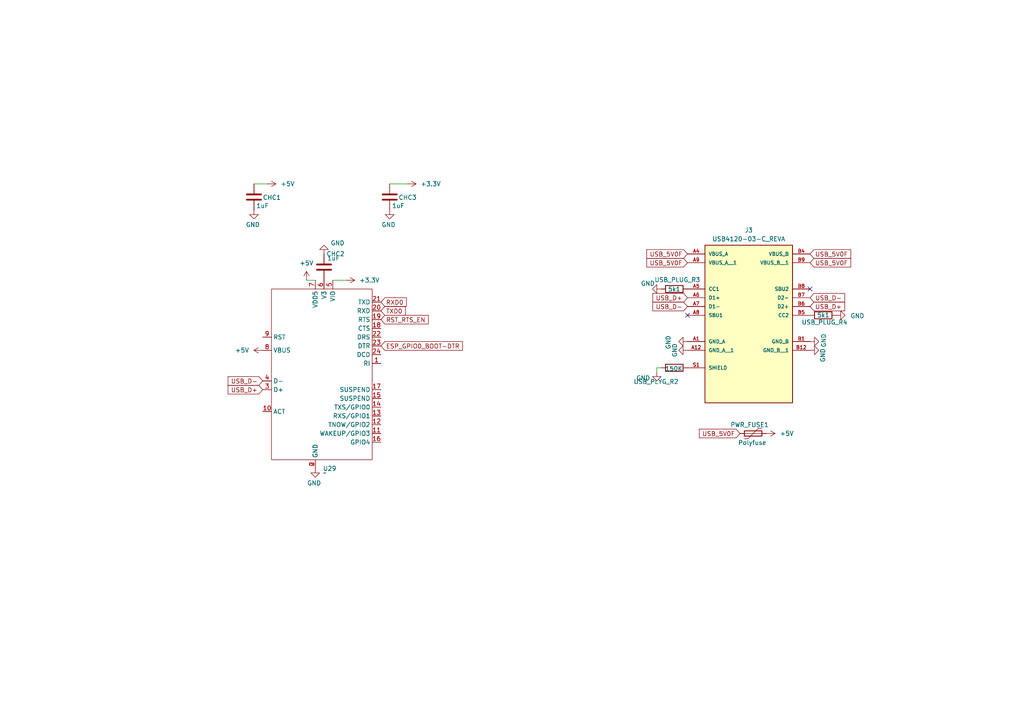
<source format=kicad_sch>
(kicad_sch
	(version 20240101)
	(generator "eeschema")
	(generator_version "8.99")
	(uuid "7bb5818d-9460-4cbf-99e4-ba5df46df492")
	(paper "A4")
	(title_block
		(title "OPEN ECU: serial UART")
		(date "2024-01-30")
		(rev "03-2024")
		(company "WWW.AEONLABS.SCIENCE")
		(comment 1 "Creative Commons non commercial share alike")
		(comment 2 "https://github.com/aeonSolutions/AeonLabs-AI-Volvo-MKII-Open-Hardware")
	)
	(lib_symbols
		(symbol "AeonLabs_connectors:USB4120-03-C_REVA"
			(pin_names
				(offset 1.016)
			)
			(exclude_from_sim no)
			(in_bom yes)
			(on_board yes)
			(property "Reference" "J"
				(at -12.7 16.002 0)
				(effects
					(font
						(size 1.27 1.27)
					)
					(justify left bottom)
				)
			)
			(property "Value" "USB4120-03-C_REVA"
				(at -12.7 -31.242 0)
				(effects
					(font
						(size 1.27 1.27)
					)
					(justify left top)
				)
			)
			(property "Footprint" "AeonLabs_Connectors:USB-C Vertical GCT_USB4120-03-C_REVA"
				(at 9.8552 25.4254 0)
				(effects
					(font
						(size 1.27 1.27)
					)
					(justify bottom)
					(hide yes)
				)
			)
			(property "Datasheet" ""
				(at 0 0 0)
				(effects
					(font
						(size 1.27 1.27)
					)
					(hide yes)
				)
			)
			(property "Description" "\nUSB 2.0 Connector Type C Vertical Receptacle, 6.50mm profile, 16 Pins, Surface mount, Top mount, low profile, low cost\n"
				(at 0.9652 24.4094 0)
				(effects
					(font
						(size 1.27 1.27)
					)
					(justify bottom)
					(hide yes)
				)
			)
			(property "MF" "Global Connector Technology"
				(at 8.4328 22.098 0)
				(effects
					(font
						(size 1.27 1.27)
					)
					(justify bottom)
					(hide yes)
				)
			)
			(property "MAXIMUM_PACKAGE_HEIGHT" "6.5mm"
				(at 10.0838 24.638 0)
				(effects
					(font
						(size 1.27 1.27)
					)
					(justify bottom)
					(hide yes)
				)
			)
			(property "Package" "None"
				(at 7.0866 24.5872 0)
				(effects
					(font
						(size 1.27 1.27)
					)
					(justify bottom)
					(hide yes)
				)
			)
			(property "Price" "None"
				(at 10.0838 24.3586 0)
				(effects
					(font
						(size 1.27 1.27)
					)
					(justify bottom)
					(hide yes)
				)
			)
			(property "Check_prices" "https://www.snapeda.com/parts/USB4120-03-C/Global+Connector+Technology/view-part/?ref=eda"
				(at 1.2446 21.2598 0)
				(effects
					(font
						(size 1.27 1.27)
					)
					(justify bottom)
					(hide yes)
				)
			)
			(property "STANDARD" "Manufacturer Recommendations"
				(at 40.3098 20.9296 0)
				(effects
					(font
						(size 1.27 1.27)
					)
					(justify bottom)
					(hide yes)
				)
			)
			(property "PARTREV" "A"
				(at 0 0 0)
				(effects
					(font
						(size 1.27 1.27)
					)
					(justify bottom)
					(hide yes)
				)
			)
			(property "SnapEDA_Link" "https://www.snapeda.com/parts/USB4120-03-C/Global+Connector+Technology/view-part/?ref=snap"
				(at 1.2446 24.5872 0)
				(effects
					(font
						(size 1.27 1.27)
					)
					(justify bottom)
					(hide yes)
				)
			)
			(property "MP" "USB4120-03-C"
				(at 18.923 24.6888 0)
				(effects
					(font
						(size 1.27 1.27)
					)
					(justify bottom)
					(hide yes)
				)
			)
			(property "Availability" "In Stock"
				(at 7.2644 24.9174 0)
				(effects
					(font
						(size 1.27 1.27)
					)
					(justify bottom)
					(hide yes)
				)
			)
			(property "MANUFACTURER" "GCT"
				(at 7.6454 24.003 0)
				(effects
					(font
						(size 1.27 1.27)
					)
					(justify bottom)
					(hide yes)
				)
			)
			(symbol "USB4120-03-C_REVA_0_0"
				(rectangle
					(start -12.7 -30.48)
					(end 12.7 15.24)
					(stroke
						(width 0.254)
						(type default)
					)
					(fill
						(type background)
					)
				)
				(pin power_in line
					(at -17.78 -12.7 0)
					(length 5.08)
					(name "GND_A"
						(effects
							(font
								(size 1.016 1.016)
							)
						)
					)
					(number "A1"
						(effects
							(font
								(size 1.016 1.016)
							)
						)
					)
				)
				(pin power_in line
					(at -17.78 -15.24 0)
					(length 5.08)
					(name "GND_A__1"
						(effects
							(font
								(size 1.016 1.016)
							)
						)
					)
					(number "A12"
						(effects
							(font
								(size 1.016 1.016)
							)
						)
					)
				)
				(pin power_in line
					(at -17.78 12.7 0)
					(length 5.08)
					(name "VBUS_A"
						(effects
							(font
								(size 1.016 1.016)
							)
						)
					)
					(number "A4"
						(effects
							(font
								(size 1.016 1.016)
							)
						)
					)
				)
				(pin bidirectional line
					(at -17.78 2.54 0)
					(length 5.08)
					(name "CC1"
						(effects
							(font
								(size 1.016 1.016)
							)
						)
					)
					(number "A5"
						(effects
							(font
								(size 1.016 1.016)
							)
						)
					)
				)
				(pin bidirectional line
					(at -17.78 0 0)
					(length 5.08)
					(name "D1+"
						(effects
							(font
								(size 1.016 1.016)
							)
						)
					)
					(number "A6"
						(effects
							(font
								(size 1.016 1.016)
							)
						)
					)
				)
				(pin bidirectional line
					(at -17.78 -2.54 0)
					(length 5.08)
					(name "D1-"
						(effects
							(font
								(size 1.016 1.016)
							)
						)
					)
					(number "A7"
						(effects
							(font
								(size 1.016 1.016)
							)
						)
					)
				)
				(pin bidirectional line
					(at -17.78 -5.08 0)
					(length 5.08)
					(name "SBU1"
						(effects
							(font
								(size 1.016 1.016)
							)
						)
					)
					(number "A8"
						(effects
							(font
								(size 1.016 1.016)
							)
						)
					)
				)
				(pin power_in line
					(at -17.78 10.16 0)
					(length 5.08)
					(name "VBUS_A__1"
						(effects
							(font
								(size 1.016 1.016)
							)
						)
					)
					(number "A9"
						(effects
							(font
								(size 1.016 1.016)
							)
						)
					)
				)
				(pin power_in line
					(at 17.78 -12.7 180)
					(length 5.08)
					(name "GND_B"
						(effects
							(font
								(size 1.016 1.016)
							)
						)
					)
					(number "B1"
						(effects
							(font
								(size 1.016 1.016)
							)
						)
					)
				)
				(pin power_in line
					(at 17.78 -15.24 180)
					(length 5.08)
					(name "GND_B__1"
						(effects
							(font
								(size 1.016 1.016)
							)
						)
					)
					(number "B12"
						(effects
							(font
								(size 1.016 1.016)
							)
						)
					)
				)
				(pin power_in line
					(at 17.78 12.7 180)
					(length 5.08)
					(name "VBUS_B"
						(effects
							(font
								(size 1.016 1.016)
							)
						)
					)
					(number "B4"
						(effects
							(font
								(size 1.016 1.016)
							)
						)
					)
				)
				(pin bidirectional line
					(at 17.78 -5.08 180)
					(length 5.08)
					(name "CC2"
						(effects
							(font
								(size 1.016 1.016)
							)
						)
					)
					(number "B5"
						(effects
							(font
								(size 1.016 1.016)
							)
						)
					)
				)
				(pin bidirectional line
					(at 17.78 -2.54 180)
					(length 5.08)
					(name "D2+"
						(effects
							(font
								(size 1.016 1.016)
							)
						)
					)
					(number "B6"
						(effects
							(font
								(size 1.016 1.016)
							)
						)
					)
				)
				(pin bidirectional line
					(at 17.78 0 180)
					(length 5.08)
					(name "D2-"
						(effects
							(font
								(size 1.016 1.016)
							)
						)
					)
					(number "B7"
						(effects
							(font
								(size 1.016 1.016)
							)
						)
					)
				)
				(pin bidirectional line
					(at 17.78 2.54 180)
					(length 5.08)
					(name "SBU2"
						(effects
							(font
								(size 1.016 1.016)
							)
						)
					)
					(number "B8"
						(effects
							(font
								(size 1.016 1.016)
							)
						)
					)
				)
				(pin power_in line
					(at 17.78 10.16 180)
					(length 5.08)
					(name "VBUS_B__1"
						(effects
							(font
								(size 1.016 1.016)
							)
						)
					)
					(number "B9"
						(effects
							(font
								(size 1.016 1.016)
							)
						)
					)
				)
				(pin passive line
					(at -17.78 -20.32 0)
					(length 5.08)
					(name "SHIELD"
						(effects
							(font
								(size 1.016 1.016)
							)
						)
					)
					(number "S1"
						(effects
							(font
								(size 1.016 1.016)
							)
						)
					)
				)
			)
		)
		(symbol "CH9102F_1"
			(exclude_from_sim no)
			(in_bom yes)
			(on_board yes)
			(property "Reference" "U"
				(at 0.254 6.8072 0)
				(effects
					(font
						(size 1.27 1.27)
					)
				)
			)
			(property "Value" ""
				(at 0 0 0)
				(effects
					(font
						(size 1.27 1.27)
					)
				)
			)
			(property "Footprint" "AeonLabs_IC:CH9102F"
				(at 9.144 20.32 0)
				(effects
					(font
						(size 1.27 1.27)
					)
					(hide yes)
				)
			)
			(property "Datasheet" ""
				(at 0 0 0)
				(effects
					(font
						(size 1.27 1.27)
					)
					(hide yes)
				)
			)
			(property "Description" ""
				(at 0 0 0)
				(effects
					(font
						(size 1.27 1.27)
					)
					(hide yes)
				)
			)
			(symbol "CH9102F_1_0_1"
				(rectangle
					(start -3.81 29.21)
					(end 25.4 -20.32)
					(stroke
						(width 0)
						(type default)
					)
					(fill
						(type none)
					)
				)
			)
			(symbol "CH9102F_1_1_1"
				(pin power_in line
					(at 8.89 -22.86 90)
					(length 2.54)
					(name "GND"
						(effects
							(font
								(size 1.27 1.27)
							)
						)
					)
					(number "0"
						(effects
							(font
								(size 1.27 1.27)
							)
						)
					)
				)
				(pin input line
					(at 27.94 7.62 180)
					(length 2.54)
					(name "RI"
						(effects
							(font
								(size 1.27 1.27)
							)
						)
					)
					(number "1"
						(effects
							(font
								(size 1.27 1.27)
							)
						)
					)
				)
				(pin output line
					(at -6.35 -6.35 0)
					(length 2.54)
					(name "ACT"
						(effects
							(font
								(size 1.27 1.27)
							)
						)
					)
					(number "10"
						(effects
							(font
								(size 1.27 1.27)
							)
						)
					)
				)
				(pin bidirectional line
					(at 27.94 -12.7 180)
					(length 2.54)
					(name "WAKEUP/GPIO3"
						(effects
							(font
								(size 1.27 1.27)
							)
						)
					)
					(number "11"
						(effects
							(font
								(size 1.27 1.27)
							)
						)
					)
				)
				(pin bidirectional line
					(at 27.94 -10.16 180)
					(length 2.54)
					(name "TNOW/GPIO2"
						(effects
							(font
								(size 1.27 1.27)
							)
						)
					)
					(number "12"
						(effects
							(font
								(size 1.27 1.27)
							)
						)
					)
				)
				(pin bidirectional line
					(at 27.94 -7.62 180)
					(length 2.54)
					(name "RXS/GPIO1"
						(effects
							(font
								(size 1.27 1.27)
							)
						)
					)
					(number "13"
						(effects
							(font
								(size 1.27 1.27)
							)
						)
					)
				)
				(pin bidirectional line
					(at 27.94 -5.08 180)
					(length 2.54)
					(name "TXS/GPIO0"
						(effects
							(font
								(size 1.27 1.27)
							)
						)
					)
					(number "14"
						(effects
							(font
								(size 1.27 1.27)
							)
						)
					)
				)
				(pin output line
					(at 27.94 -2.54 180)
					(length 2.54)
					(name "SUSPEND"
						(effects
							(font
								(size 1.27 1.27)
							)
						)
					)
					(number "15"
						(effects
							(font
								(size 1.27 1.27)
							)
						)
					)
				)
				(pin bidirectional line
					(at 27.94 -15.24 180)
					(length 2.54)
					(name "GPIO4"
						(effects
							(font
								(size 1.27 1.27)
							)
						)
					)
					(number "16"
						(effects
							(font
								(size 1.27 1.27)
							)
						)
					)
				)
				(pin output line
					(at 27.94 0 180)
					(length 2.54)
					(name "SUSPEND"
						(effects
							(font
								(size 1.27 1.27)
							)
						)
					)
					(number "17"
						(effects
							(font
								(size 1.27 1.27)
							)
						)
					)
				)
				(pin input line
					(at 27.94 17.78 180)
					(length 2.54)
					(name "CTS"
						(effects
							(font
								(size 1.27 1.27)
							)
						)
					)
					(number "18"
						(effects
							(font
								(size 1.27 1.27)
							)
						)
					)
				)
				(pin output line
					(at 27.94 20.32 180)
					(length 2.54)
					(name "RTS"
						(effects
							(font
								(size 1.27 1.27)
							)
						)
					)
					(number "19"
						(effects
							(font
								(size 1.27 1.27)
							)
						)
					)
				)
				(pin power_in line
					(at 8.89 -22.86 90)
					(length 2.54)
					(name "GND"
						(effects
							(font
								(size 1.27 1.27)
							)
						)
					)
					(number "2"
						(effects
							(font
								(size 1.27 1.27)
							)
						)
					)
				)
				(pin input line
					(at 27.94 22.86 180)
					(length 2.54)
					(name "RXD"
						(effects
							(font
								(size 1.27 1.27)
							)
						)
					)
					(number "20"
						(effects
							(font
								(size 1.27 1.27)
							)
						)
					)
				)
				(pin output line
					(at 27.94 25.4 180)
					(length 2.54)
					(name "TXD"
						(effects
							(font
								(size 1.27 1.27)
							)
						)
					)
					(number "21"
						(effects
							(font
								(size 1.27 1.27)
							)
						)
					)
				)
				(pin input line
					(at 27.94 15.24 180)
					(length 2.54)
					(name "DRS"
						(effects
							(font
								(size 1.27 1.27)
							)
						)
					)
					(number "22"
						(effects
							(font
								(size 1.27 1.27)
							)
						)
					)
				)
				(pin output line
					(at 27.94 12.7 180)
					(length 2.54)
					(name "DTR"
						(effects
							(font
								(size 1.27 1.27)
							)
						)
					)
					(number "23"
						(effects
							(font
								(size 1.27 1.27)
							)
						)
					)
				)
				(pin input line
					(at 27.94 10.16 180)
					(length 2.54)
					(name "DCD"
						(effects
							(font
								(size 1.27 1.27)
							)
						)
					)
					(number "24"
						(effects
							(font
								(size 1.27 1.27)
							)
						)
					)
				)
				(pin bidirectional line
					(at -6.35 0 0)
					(length 2.54)
					(name "D+"
						(effects
							(font
								(size 1.27 1.27)
							)
						)
					)
					(number "3"
						(effects
							(font
								(size 1.27 1.27)
							)
						)
					)
				)
				(pin bidirectional line
					(at -6.35 2.54 0)
					(length 2.54)
					(name "D-"
						(effects
							(font
								(size 1.27 1.27)
							)
						)
					)
					(number "4"
						(effects
							(font
								(size 1.27 1.27)
							)
						)
					)
				)
				(pin power_in line
					(at 13.97 31.75 270)
					(length 2.54)
					(name "VIO"
						(effects
							(font
								(size 1.27 1.27)
							)
						)
					)
					(number "5"
						(effects
							(font
								(size 1.27 1.27)
							)
						)
					)
				)
				(pin power_in line
					(at 11.43 31.75 270)
					(length 2.54)
					(name "V3"
						(effects
							(font
								(size 1.27 1.27)
							)
						)
					)
					(number "6"
						(effects
							(font
								(size 1.27 1.27)
							)
						)
					)
				)
				(pin power_in line
					(at 8.89 31.75 270)
					(length 2.54)
					(name "VDD5"
						(effects
							(font
								(size 1.27 1.27)
							)
						)
					)
					(number "7"
						(effects
							(font
								(size 1.27 1.27)
							)
						)
					)
				)
				(pin input line
					(at -6.35 11.43 0)
					(length 2.54)
					(name "VBUS"
						(effects
							(font
								(size 1.27 1.27)
							)
						)
					)
					(number "8"
						(effects
							(font
								(size 1.27 1.27)
							)
						)
					)
				)
				(pin bidirectional line
					(at -6.35 15.24 0)
					(length 2.54)
					(name "RST"
						(effects
							(font
								(size 1.27 1.27)
							)
						)
					)
					(number "9"
						(effects
							(font
								(size 1.27 1.27)
							)
						)
					)
				)
			)
		)
		(symbol "Device:C"
			(pin_numbers hide)
			(pin_names
				(offset 0.254)
			)
			(exclude_from_sim no)
			(in_bom yes)
			(on_board yes)
			(property "Reference" "C"
				(at 0.635 2.54 0)
				(effects
					(font
						(size 1.27 1.27)
					)
					(justify left)
				)
			)
			(property "Value" "C"
				(at 0.635 -2.54 0)
				(effects
					(font
						(size 1.27 1.27)
					)
					(justify left)
				)
			)
			(property "Footprint" ""
				(at 0.9652 -3.81 0)
				(effects
					(font
						(size 1.27 1.27)
					)
					(hide yes)
				)
			)
			(property "Datasheet" "~"
				(at 0 0 0)
				(effects
					(font
						(size 1.27 1.27)
					)
					(hide yes)
				)
			)
			(property "Description" "Unpolarized capacitor"
				(at 0 0 0)
				(effects
					(font
						(size 1.27 1.27)
					)
					(hide yes)
				)
			)
			(property "ki_keywords" "cap capacitor"
				(at 0 0 0)
				(effects
					(font
						(size 1.27 1.27)
					)
					(hide yes)
				)
			)
			(property "ki_fp_filters" "C_*"
				(at 0 0 0)
				(effects
					(font
						(size 1.27 1.27)
					)
					(hide yes)
				)
			)
			(symbol "C_0_1"
				(polyline
					(pts
						(xy -2.032 -0.762) (xy 2.032 -0.762)
					)
					(stroke
						(width 0.508)
						(type default)
					)
					(fill
						(type none)
					)
				)
				(polyline
					(pts
						(xy -2.032 0.762) (xy 2.032 0.762)
					)
					(stroke
						(width 0.508)
						(type default)
					)
					(fill
						(type none)
					)
				)
			)
			(symbol "C_1_1"
				(pin passive line
					(at 0 3.81 270)
					(length 2.794)
					(name "~"
						(effects
							(font
								(size 1.27 1.27)
							)
						)
					)
					(number "1"
						(effects
							(font
								(size 1.27 1.27)
							)
						)
					)
				)
				(pin passive line
					(at 0 -3.81 90)
					(length 2.794)
					(name "~"
						(effects
							(font
								(size 1.27 1.27)
							)
						)
					)
					(number "2"
						(effects
							(font
								(size 1.27 1.27)
							)
						)
					)
				)
			)
		)
		(symbol "Device:Polyfuse"
			(pin_numbers hide)
			(pin_names
				(offset 0)
			)
			(exclude_from_sim no)
			(in_bom yes)
			(on_board yes)
			(property "Reference" "F"
				(at -2.54 0 90)
				(effects
					(font
						(size 1.27 1.27)
					)
				)
			)
			(property "Value" "Polyfuse"
				(at 2.54 0 90)
				(effects
					(font
						(size 1.27 1.27)
					)
				)
			)
			(property "Footprint" ""
				(at 1.27 -5.08 0)
				(effects
					(font
						(size 1.27 1.27)
					)
					(justify left)
					(hide yes)
				)
			)
			(property "Datasheet" "~"
				(at 0 0 0)
				(effects
					(font
						(size 1.27 1.27)
					)
					(hide yes)
				)
			)
			(property "Description" "Resettable fuse, polymeric positive temperature coefficient"
				(at 0 0 0)
				(effects
					(font
						(size 1.27 1.27)
					)
					(hide yes)
				)
			)
			(property "ki_keywords" "resettable fuse PTC PPTC polyfuse polyswitch"
				(at 0 0 0)
				(effects
					(font
						(size 1.27 1.27)
					)
					(hide yes)
				)
			)
			(property "ki_fp_filters" "*polyfuse* *PTC*"
				(at 0 0 0)
				(effects
					(font
						(size 1.27 1.27)
					)
					(hide yes)
				)
			)
			(symbol "Polyfuse_0_1"
				(rectangle
					(start -0.762 2.54)
					(end 0.762 -2.54)
					(stroke
						(width 0.254)
						(type default)
					)
					(fill
						(type none)
					)
				)
				(polyline
					(pts
						(xy 0 2.54) (xy 0 -2.54)
					)
					(stroke
						(width 0)
						(type default)
					)
					(fill
						(type none)
					)
				)
				(polyline
					(pts
						(xy -1.524 2.54) (xy -1.524 1.524) (xy 1.524 -1.524) (xy 1.524 -2.54)
					)
					(stroke
						(width 0)
						(type default)
					)
					(fill
						(type none)
					)
				)
			)
			(symbol "Polyfuse_1_1"
				(pin passive line
					(at 0 3.81 270)
					(length 1.27)
					(name "~"
						(effects
							(font
								(size 1.27 1.27)
							)
						)
					)
					(number "1"
						(effects
							(font
								(size 1.27 1.27)
							)
						)
					)
				)
				(pin passive line
					(at 0 -3.81 90)
					(length 1.27)
					(name "~"
						(effects
							(font
								(size 1.27 1.27)
							)
						)
					)
					(number "2"
						(effects
							(font
								(size 1.27 1.27)
							)
						)
					)
				)
			)
		)
		(symbol "Device:R"
			(pin_numbers hide)
			(pin_names
				(offset 0)
			)
			(exclude_from_sim no)
			(in_bom yes)
			(on_board yes)
			(property "Reference" "R"
				(at 2.032 0 90)
				(effects
					(font
						(size 1.27 1.27)
					)
				)
			)
			(property "Value" "R"
				(at 0 0 90)
				(effects
					(font
						(size 1.27 1.27)
					)
				)
			)
			(property "Footprint" ""
				(at -1.778 0 90)
				(effects
					(font
						(size 1.27 1.27)
					)
					(hide yes)
				)
			)
			(property "Datasheet" "~"
				(at 0 0 0)
				(effects
					(font
						(size 1.27 1.27)
					)
					(hide yes)
				)
			)
			(property "Description" "Resistor"
				(at 0 0 0)
				(effects
					(font
						(size 1.27 1.27)
					)
					(hide yes)
				)
			)
			(property "ki_keywords" "R res resistor"
				(at 0 0 0)
				(effects
					(font
						(size 1.27 1.27)
					)
					(hide yes)
				)
			)
			(property "ki_fp_filters" "R_*"
				(at 0 0 0)
				(effects
					(font
						(size 1.27 1.27)
					)
					(hide yes)
				)
			)
			(symbol "R_0_1"
				(rectangle
					(start -1.016 -2.54)
					(end 1.016 2.54)
					(stroke
						(width 0.254)
						(type default)
					)
					(fill
						(type none)
					)
				)
			)
			(symbol "R_1_1"
				(pin passive line
					(at 0 3.81 270)
					(length 1.27)
					(name "~"
						(effects
							(font
								(size 1.27 1.27)
							)
						)
					)
					(number "1"
						(effects
							(font
								(size 1.27 1.27)
							)
						)
					)
				)
				(pin passive line
					(at 0 -3.81 90)
					(length 1.27)
					(name "~"
						(effects
							(font
								(size 1.27 1.27)
							)
						)
					)
					(number "2"
						(effects
							(font
								(size 1.27 1.27)
							)
						)
					)
				)
			)
		)
		(symbol "power:+3.3V"
			(power)
			(pin_names
				(offset 0)
			)
			(exclude_from_sim no)
			(in_bom yes)
			(on_board yes)
			(property "Reference" "#PWR"
				(at 0 -3.81 0)
				(effects
					(font
						(size 1.27 1.27)
					)
					(hide yes)
				)
			)
			(property "Value" "+3.3V"
				(at 0 3.556 0)
				(effects
					(font
						(size 1.27 1.27)
					)
				)
			)
			(property "Footprint" ""
				(at 0 0 0)
				(effects
					(font
						(size 1.27 1.27)
					)
					(hide yes)
				)
			)
			(property "Datasheet" ""
				(at 0 0 0)
				(effects
					(font
						(size 1.27 1.27)
					)
					(hide yes)
				)
			)
			(property "Description" "Power symbol creates a global label with name \"+3.3V\""
				(at 0 0 0)
				(effects
					(font
						(size 1.27 1.27)
					)
					(hide yes)
				)
			)
			(property "ki_keywords" "global power"
				(at 0 0 0)
				(effects
					(font
						(size 1.27 1.27)
					)
					(hide yes)
				)
			)
			(symbol "+3.3V_0_1"
				(polyline
					(pts
						(xy -0.762 1.27) (xy 0 2.54)
					)
					(stroke
						(width 0)
						(type default)
					)
					(fill
						(type none)
					)
				)
				(polyline
					(pts
						(xy 0 0) (xy 0 2.54)
					)
					(stroke
						(width 0)
						(type default)
					)
					(fill
						(type none)
					)
				)
				(polyline
					(pts
						(xy 0 2.54) (xy 0.762 1.27)
					)
					(stroke
						(width 0)
						(type default)
					)
					(fill
						(type none)
					)
				)
			)
			(symbol "+3.3V_1_1"
				(pin power_in line
					(at 0 0 90)
					(length 0) hide
					(name "+3.3V"
						(effects
							(font
								(size 1.27 1.27)
							)
						)
					)
					(number "1"
						(effects
							(font
								(size 1.27 1.27)
							)
						)
					)
				)
			)
		)
		(symbol "power:+5V"
			(power)
			(pin_names
				(offset 0)
			)
			(exclude_from_sim no)
			(in_bom yes)
			(on_board yes)
			(property "Reference" "#PWR"
				(at 0 -3.81 0)
				(effects
					(font
						(size 1.27 1.27)
					)
					(hide yes)
				)
			)
			(property "Value" "+5V"
				(at 0 3.556 0)
				(effects
					(font
						(size 1.27 1.27)
					)
				)
			)
			(property "Footprint" ""
				(at 0 0 0)
				(effects
					(font
						(size 1.27 1.27)
					)
					(hide yes)
				)
			)
			(property "Datasheet" ""
				(at 0 0 0)
				(effects
					(font
						(size 1.27 1.27)
					)
					(hide yes)
				)
			)
			(property "Description" "Power symbol creates a global label with name \"+5V\""
				(at 0 0 0)
				(effects
					(font
						(size 1.27 1.27)
					)
					(hide yes)
				)
			)
			(property "ki_keywords" "global power"
				(at 0 0 0)
				(effects
					(font
						(size 1.27 1.27)
					)
					(hide yes)
				)
			)
			(symbol "+5V_0_1"
				(polyline
					(pts
						(xy -0.762 1.27) (xy 0 2.54)
					)
					(stroke
						(width 0)
						(type default)
					)
					(fill
						(type none)
					)
				)
				(polyline
					(pts
						(xy 0 0) (xy 0 2.54)
					)
					(stroke
						(width 0)
						(type default)
					)
					(fill
						(type none)
					)
				)
				(polyline
					(pts
						(xy 0 2.54) (xy 0.762 1.27)
					)
					(stroke
						(width 0)
						(type default)
					)
					(fill
						(type none)
					)
				)
			)
			(symbol "+5V_1_1"
				(pin power_in line
					(at 0 0 90)
					(length 0) hide
					(name "+5V"
						(effects
							(font
								(size 1.27 1.27)
							)
						)
					)
					(number "1"
						(effects
							(font
								(size 1.27 1.27)
							)
						)
					)
				)
			)
		)
		(symbol "power:GND"
			(power)
			(pin_names
				(offset 0)
			)
			(exclude_from_sim no)
			(in_bom yes)
			(on_board yes)
			(property "Reference" "#PWR"
				(at 0 -6.35 0)
				(effects
					(font
						(size 1.27 1.27)
					)
					(hide yes)
				)
			)
			(property "Value" "GND"
				(at 0 -3.81 0)
				(effects
					(font
						(size 1.27 1.27)
					)
				)
			)
			(property "Footprint" ""
				(at 0 0 0)
				(effects
					(font
						(size 1.27 1.27)
					)
					(hide yes)
				)
			)
			(property "Datasheet" ""
				(at 0 0 0)
				(effects
					(font
						(size 1.27 1.27)
					)
					(hide yes)
				)
			)
			(property "Description" "Power symbol creates a global label with name \"GND\" , ground"
				(at 0 0 0)
				(effects
					(font
						(size 1.27 1.27)
					)
					(hide yes)
				)
			)
			(property "ki_keywords" "power-flag"
				(at 0 0 0)
				(effects
					(font
						(size 1.27 1.27)
					)
					(hide yes)
				)
			)
			(symbol "GND_0_1"
				(polyline
					(pts
						(xy 0 0) (xy 0 -1.27) (xy 1.27 -1.27) (xy 0 -2.54) (xy -1.27 -1.27) (xy 0 -1.27)
					)
					(stroke
						(width 0)
						(type default)
					)
					(fill
						(type none)
					)
				)
			)
			(symbol "GND_1_1"
				(pin power_in line
					(at 0 0 270)
					(length 0) hide
					(name "GND"
						(effects
							(font
								(size 1.27 1.27)
							)
						)
					)
					(number "1"
						(effects
							(font
								(size 1.27 1.27)
							)
						)
					)
				)
			)
		)
	)
	(no_connect
		(at 199.39 91.44)
		(uuid "328d0728-dd36-48c0-a3fe-1de55c449551")
	)
	(no_connect
		(at 234.95 83.82)
		(uuid "eccf39b3-b1aa-4c07-ad7b-cc9f8fe3bfca")
	)
	(wire
		(pts
			(xy 190.5 107.95) (xy 190.5 106.68)
		)
		(stroke
			(width 0)
			(type default)
		)
		(uuid "14ffd5cd-47b1-4999-8494-ca1da572568b")
	)
	(wire
		(pts
			(xy 73.66 53.34) (xy 77.47 53.34)
		)
		(stroke
			(width 0)
			(type default)
		)
		(uuid "a651621f-3862-48c8-91d8-b557d47de26b")
	)
	(wire
		(pts
			(xy 100.33 81.28) (xy 96.52 81.28)
		)
		(stroke
			(width 0)
			(type default)
		)
		(uuid "aa878a74-7b65-47f7-872e-058bfe4f4bca")
	)
	(wire
		(pts
			(xy 113.03 53.34) (xy 118.11 53.34)
		)
		(stroke
			(width 0)
			(type default)
		)
		(uuid "dae8aaca-4aed-47f2-8381-94552fe7d268")
	)
	(wire
		(pts
			(xy 190.5 106.68) (xy 191.77 106.68)
		)
		(stroke
			(width 0)
			(type default)
		)
		(uuid "eafe1efb-4fda-4934-81ec-7632dff4cbfc")
	)
	(wire
		(pts
			(xy 88.9 81.28) (xy 91.44 81.28)
		)
		(stroke
			(width 0)
			(type default)
		)
		(uuid "ed466e2f-7cce-431b-86dc-0bd9499a8690")
	)
	(global_label "RXD0"
		(shape input)
		(at 110.49 87.63 0)
		(fields_autoplaced yes)
		(effects
			(font
				(size 1.27 1.27)
			)
			(justify left)
		)
		(uuid "11f52d57-7e1e-4135-87cd-5547f782ffa9")
		(property "Intersheetrefs" "${INTERSHEET_REFS}"
			(at 117.8621 87.7094 0)
			(effects
				(font
					(size 1.27 1.27)
				)
				(justify left)
				(hide yes)
			)
		)
	)
	(global_label "USB_5V0F"
		(shape input)
		(at 199.39 73.66 180)
		(fields_autoplaced yes)
		(effects
			(font
				(size 1.27 1.27)
			)
			(justify right)
		)
		(uuid "2e0e8d37-ac25-4f02-adaa-5196763aa7d4")
		(property "Intersheetrefs" "${INTERSHEET_REFS}"
			(at 187.1104 73.66 0)
			(effects
				(font
					(size 1.27 1.27)
				)
				(justify right)
				(hide yes)
			)
		)
	)
	(global_label "ESP_GPIO0_BOOT-DTR"
		(shape input)
		(at 110.49 100.33 0)
		(fields_autoplaced yes)
		(effects
			(font
				(size 1.27 1.27)
			)
			(justify left)
		)
		(uuid "383901bf-3322-4f01-b0fa-4fbf785cf0ba")
		(property "Intersheetrefs" "${INTERSHEET_REFS}"
			(at 134.1302 100.2506 0)
			(effects
				(font
					(size 1.27 1.27)
				)
				(justify left)
				(hide yes)
			)
		)
	)
	(global_label "USB_D-"
		(shape input)
		(at 76.2 110.49 180)
		(fields_autoplaced yes)
		(effects
			(font
				(size 1.27 1.27)
			)
			(justify right)
		)
		(uuid "3c4caca9-f425-4099-8345-6f912078f7b3")
		(property "Intersheetrefs" "${INTERSHEET_REFS}"
			(at 66.1669 110.5694 0)
			(effects
				(font
					(size 1.27 1.27)
				)
				(justify right)
				(hide yes)
			)
		)
	)
	(global_label "USB_D+"
		(shape input)
		(at 234.95 88.9 0)
		(fields_autoplaced yes)
		(effects
			(font
				(size 1.27 1.27)
			)
			(justify left)
		)
		(uuid "44e67cb9-f5b8-460e-94b7-f0bad0a336c1")
		(property "Intersheetrefs" "${INTERSHEET_REFS}"
			(at 244.9831 88.8206 0)
			(effects
				(font
					(size 1.27 1.27)
				)
				(justify left)
				(hide yes)
			)
		)
	)
	(global_label "TXD0"
		(shape input)
		(at 110.49 90.17 0)
		(fields_autoplaced yes)
		(effects
			(font
				(size 1.27 1.27)
			)
			(justify left)
		)
		(uuid "5e42bbfa-7f4f-42f6-80b4-34e73333d53e")
		(property "Intersheetrefs" "${INTERSHEET_REFS}"
			(at 117.5598 90.2494 0)
			(effects
				(font
					(size 1.27 1.27)
				)
				(justify left)
				(hide yes)
			)
		)
	)
	(global_label "USB_D-"
		(shape input)
		(at 199.39 88.9 180)
		(fields_autoplaced yes)
		(effects
			(font
				(size 1.27 1.27)
			)
			(justify right)
		)
		(uuid "6fd090ad-9532-46e2-b03f-edcb27863b33")
		(property "Intersheetrefs" "${INTERSHEET_REFS}"
			(at 189.3569 88.9794 0)
			(effects
				(font
					(size 1.27 1.27)
				)
				(justify right)
				(hide yes)
			)
		)
	)
	(global_label "USB_D-"
		(shape input)
		(at 234.95 86.36 0)
		(fields_autoplaced yes)
		(effects
			(font
				(size 1.27 1.27)
			)
			(justify left)
		)
		(uuid "75a8d4ff-7f62-48fa-97ea-0b7016d6c281")
		(property "Intersheetrefs" "${INTERSHEET_REFS}"
			(at 244.9831 86.2806 0)
			(effects
				(font
					(size 1.27 1.27)
				)
				(justify left)
				(hide yes)
			)
		)
	)
	(global_label "USB_5V0F"
		(shape input)
		(at 234.95 73.66 0)
		(fields_autoplaced yes)
		(effects
			(font
				(size 1.27 1.27)
			)
			(justify left)
		)
		(uuid "bead4164-11f6-4f46-abdf-8920f1f19b05")
		(property "Intersheetrefs" "${INTERSHEET_REFS}"
			(at 247.2296 73.66 0)
			(effects
				(font
					(size 1.27 1.27)
				)
				(justify left)
				(hide yes)
			)
		)
	)
	(global_label "RST_RTS_EN"
		(shape input)
		(at 110.49 92.71 0)
		(fields_autoplaced yes)
		(effects
			(font
				(size 1.27 1.27)
			)
			(justify left)
		)
		(uuid "d7fd0aea-e3d6-46ea-8002-eb42c9d27544")
		(property "Intersheetrefs" "${INTERSHEET_REFS}"
			(at 124.2121 92.7894 0)
			(effects
				(font
					(size 1.27 1.27)
				)
				(justify left)
				(hide yes)
			)
		)
	)
	(global_label "USB_5V0F"
		(shape input)
		(at 234.95 76.2 0)
		(fields_autoplaced yes)
		(effects
			(font
				(size 1.27 1.27)
			)
			(justify left)
		)
		(uuid "d974b3b0-488b-418d-b2f3-df131e27b152")
		(property "Intersheetrefs" "${INTERSHEET_REFS}"
			(at 247.2296 76.2 0)
			(effects
				(font
					(size 1.27 1.27)
				)
				(justify left)
				(hide yes)
			)
		)
	)
	(global_label "USB_D+"
		(shape input)
		(at 199.39 86.36 180)
		(fields_autoplaced yes)
		(effects
			(font
				(size 1.27 1.27)
			)
			(justify right)
		)
		(uuid "e352f32c-c4df-4b25-b582-b6a6e6f67ba9")
		(property "Intersheetrefs" "${INTERSHEET_REFS}"
			(at 189.3569 86.4394 0)
			(effects
				(font
					(size 1.27 1.27)
				)
				(justify right)
				(hide yes)
			)
		)
	)
	(global_label "USB_5V0F"
		(shape input)
		(at 214.63 125.73 180)
		(fields_autoplaced yes)
		(effects
			(font
				(size 1.27 1.27)
			)
			(justify right)
		)
		(uuid "e930ea14-5fd1-4d27-8007-88d9aaa66b0e")
		(property "Intersheetrefs" "${INTERSHEET_REFS}"
			(at 202.3504 125.73 0)
			(effects
				(font
					(size 1.27 1.27)
				)
				(justify right)
				(hide yes)
			)
		)
	)
	(global_label "USB_D+"
		(shape input)
		(at 76.2 113.03 180)
		(fields_autoplaced yes)
		(effects
			(font
				(size 1.27 1.27)
			)
			(justify right)
		)
		(uuid "eaf42f33-c2d0-4534-8181-a767ba215b17")
		(property "Intersheetrefs" "${INTERSHEET_REFS}"
			(at 66.1669 113.1094 0)
			(effects
				(font
					(size 1.27 1.27)
				)
				(justify right)
				(hide yes)
			)
		)
	)
	(global_label "USB_5V0F"
		(shape input)
		(at 199.39 76.2 180)
		(fields_autoplaced yes)
		(effects
			(font
				(size 1.27 1.27)
			)
			(justify right)
		)
		(uuid "f6b728ef-fbae-4516-b3d1-dd3ef7c8ed6d")
		(property "Intersheetrefs" "${INTERSHEET_REFS}"
			(at 187.1104 76.2 0)
			(effects
				(font
					(size 1.27 1.27)
				)
				(justify right)
				(hide yes)
			)
		)
	)
	(symbol
		(lib_name "CH9102F_1")
		(lib_id "AeonLabs_IC:CH9102F")
		(at 82.55 113.03 0)
		(unit 1)
		(exclude_from_sim no)
		(in_bom yes)
		(on_board yes)
		(dnp no)
		(fields_autoplaced yes)
		(uuid "05b41b99-e753-4af8-9345-f4495281ddd3")
		(property "Reference" "U29"
			(at 93.6341 135.89 0)
			(effects
				(font
					(size 1.27 1.27)
				)
				(justify left)
			)
		)
		(property "Value" "~"
			(at 93.6341 137.16 0)
			(effects
				(font
					(size 1.27 1.27)
				)
				(justify left)
			)
		)
		(property "Footprint" "AeonLabs_IC:CH9102F"
			(at 91.694 92.71 0)
			(effects
				(font
					(size 1.27 1.27)
				)
				(hide yes)
			)
		)
		(property "Datasheet" ""
			(at 82.55 113.03 0)
			(effects
				(font
					(size 1.27 1.27)
				)
				(hide yes)
			)
		)
		(property "Description" ""
			(at 82.55 113.03 0)
			(effects
				(font
					(size 1.27 1.27)
				)
				(hide yes)
			)
		)
		(pin "19"
			(uuid "003dce34-f3b0-4de9-8f7c-e9899f66b92d")
		)
		(pin "1"
			(uuid "a1084a5e-3ee2-418d-9b24-c789ce0a4b24")
		)
		(pin "16"
			(uuid "5edffa7f-4551-43ab-83de-53cc00745408")
		)
		(pin "2"
			(uuid "67f8fa15-168c-46a0-be15-8c59cad5b96f")
		)
		(pin "21"
			(uuid "dcae6813-e0f5-40e3-a5ef-180458272360")
		)
		(pin "9"
			(uuid "1e930c3f-ff36-4baf-95bc-85396a0d4ff7")
		)
		(pin "5"
			(uuid "3db1d1ad-28dd-47db-b272-7c19e4076a4d")
		)
		(pin "14"
			(uuid "8fb5ca3d-e575-43ab-bb28-8da3124fdd5e")
		)
		(pin "18"
			(uuid "a47202ae-ce5f-4212-ad82-8bdf77d652e6")
		)
		(pin "8"
			(uuid "9414cc36-3a91-4b2c-89e0-6fb4a8bd00d6")
		)
		(pin "7"
			(uuid "e16f2ece-d883-409b-b2f7-f30fd2ac7a17")
		)
		(pin "10"
			(uuid "665a9a14-dd31-4116-b49e-6a47909cd220")
		)
		(pin "17"
			(uuid "c666cc46-ca07-4cd7-8325-4d9516a412c3")
		)
		(pin "22"
			(uuid "a070fa18-534c-4435-885a-c24056f2b2ab")
		)
		(pin "23"
			(uuid "2a1ce70a-a6bc-403a-930e-0c99cd18b1bc")
		)
		(pin "0"
			(uuid "9837e599-3f22-4ba3-9949-df1085e15acf")
		)
		(pin "24"
			(uuid "27ab50fc-f311-46d2-8acb-35b728731826")
		)
		(pin "13"
			(uuid "1c89f5f8-353e-4c87-8c75-65f2da8ab784")
		)
		(pin "6"
			(uuid "d8c9e471-bcbf-4cce-addb-97d63c688c8f")
		)
		(pin "11"
			(uuid "77c3dd00-e191-4b8b-bf82-9d9b30b74685")
		)
		(pin "3"
			(uuid "36a4f063-a12f-4849-b3ca-43cc3ecb453a")
		)
		(pin "15"
			(uuid "a84745fe-2e03-469d-a7bc-ebf9b96d5643")
		)
		(pin "4"
			(uuid "4e9a6a9b-96b4-4e04-a983-f06539e2a1d0")
		)
		(pin "20"
			(uuid "741b7cfe-af77-4cfd-8378-0e4124d491ff")
		)
		(pin "12"
			(uuid "d152c897-24cc-4c8b-a2d9-dd3184392fa5")
		)
		(instances
			(project "OEM_ECU"
				(path "/ebe274a6-1c43-4fa2-9d2a-7756c5a7217c/326c886e-1e8d-45e8-9dd1-7a6d71d1dcef"
					(reference "U29")
					(unit 1)
				)
			)
		)
	)
	(symbol
		(lib_id "Device:C")
		(at 73.66 57.15 0)
		(unit 1)
		(exclude_from_sim no)
		(in_bom yes)
		(on_board yes)
		(dnp no)
		(uuid "163519c4-2b44-4551-8029-7061d505d1a1")
		(property "Reference" "CHC1"
			(at 76.2 57.277 0)
			(effects
				(font
					(size 1.27 1.27)
				)
				(justify left)
			)
		)
		(property "Value" "1uF"
			(at 74.295 59.69 0)
			(effects
				(font
					(size 1.27 1.27)
				)
				(justify left)
			)
		)
		(property "Footprint" "Capacitor_SMD:C_0603_1608Metric"
			(at 74.6252 60.96 0)
			(effects
				(font
					(size 1.27 1.27)
				)
				(hide yes)
			)
		)
		(property "Datasheet" "~"
			(at 73.66 57.15 0)
			(effects
				(font
					(size 1.27 1.27)
				)
				(hide yes)
			)
		)
		(property "Description" ""
			(at 73.66 57.15 0)
			(effects
				(font
					(size 1.27 1.27)
				)
				(hide yes)
			)
		)
		(pin "1"
			(uuid "0e3367ad-7396-415f-99f5-a83545c386df")
		)
		(pin "2"
			(uuid "6dfb99fa-e5fd-4fbc-8bef-90b75a3ad096")
		)
		(instances
			(project "OEM_ECU"
				(path "/ebe274a6-1c43-4fa2-9d2a-7756c5a7217c/326c886e-1e8d-45e8-9dd1-7a6d71d1dcef"
					(reference "CHC1")
					(unit 1)
				)
			)
		)
	)
	(symbol
		(lib_id "power:+5V")
		(at 222.25 125.73 270)
		(unit 1)
		(exclude_from_sim no)
		(in_bom yes)
		(on_board yes)
		(dnp no)
		(fields_autoplaced yes)
		(uuid "19c9e2f1-659a-47ed-b655-a08cc585ea07")
		(property "Reference" "#PWR0245"
			(at 218.44 125.73 0)
			(effects
				(font
					(size 1.27 1.27)
				)
				(hide yes)
			)
		)
		(property "Value" "+5V"
			(at 226.1616 125.73 90)
			(effects
				(font
					(size 1.27 1.27)
				)
				(justify left)
			)
		)
		(property "Footprint" ""
			(at 222.25 125.73 0)
			(effects
				(font
					(size 1.27 1.27)
				)
				(hide yes)
			)
		)
		(property "Datasheet" ""
			(at 222.25 125.73 0)
			(effects
				(font
					(size 1.27 1.27)
				)
				(hide yes)
			)
		)
		(property "Description" ""
			(at 222.25 125.73 0)
			(effects
				(font
					(size 1.27 1.27)
				)
				(hide yes)
			)
		)
		(pin "1"
			(uuid "3900bc3a-53e7-4145-8c7d-3f15e75f4012")
		)
		(instances
			(project "OEM_ECU"
				(path "/ebe274a6-1c43-4fa2-9d2a-7756c5a7217c/326c886e-1e8d-45e8-9dd1-7a6d71d1dcef"
					(reference "#PWR0245")
					(unit 1)
				)
			)
		)
	)
	(symbol
		(lib_id "power:+5V")
		(at 88.9 81.28 0)
		(unit 1)
		(exclude_from_sim no)
		(in_bom yes)
		(on_board yes)
		(dnp no)
		(fields_autoplaced yes)
		(uuid "1ef0a819-df50-4870-829a-db22711e7450")
		(property "Reference" "#PWR0249"
			(at 88.9 85.09 0)
			(effects
				(font
					(size 1.27 1.27)
				)
				(hide yes)
			)
		)
		(property "Value" "+5V"
			(at 88.9 76.3016 0)
			(effects
				(font
					(size 1.27 1.27)
				)
			)
		)
		(property "Footprint" ""
			(at 88.9 81.28 0)
			(effects
				(font
					(size 1.27 1.27)
				)
				(hide yes)
			)
		)
		(property "Datasheet" ""
			(at 88.9 81.28 0)
			(effects
				(font
					(size 1.27 1.27)
				)
				(hide yes)
			)
		)
		(property "Description" ""
			(at 88.9 81.28 0)
			(effects
				(font
					(size 1.27 1.27)
				)
				(hide yes)
			)
		)
		(pin "1"
			(uuid "3c89bff8-3b85-454e-b2a0-6e2830c5e92c")
		)
		(instances
			(project "OEM_ECU"
				(path "/ebe274a6-1c43-4fa2-9d2a-7756c5a7217c/326c886e-1e8d-45e8-9dd1-7a6d71d1dcef"
					(reference "#PWR0249")
					(unit 1)
				)
			)
		)
	)
	(symbol
		(lib_id "power:GND")
		(at 199.39 99.06 270)
		(mirror x)
		(unit 1)
		(exclude_from_sim no)
		(in_bom yes)
		(on_board yes)
		(dnp no)
		(uuid "28bf31fa-2b7e-451d-8be7-cbca2c0a4178")
		(property "Reference" "#PWR0240"
			(at 193.04 99.06 0)
			(effects
				(font
					(size 1.27 1.27)
				)
				(hide yes)
			)
		)
		(property "Value" "GND"
			(at 193.8274 101.346 0)
			(effects
				(font
					(size 1.27 1.27)
				)
				(justify left)
			)
		)
		(property "Footprint" ""
			(at 199.39 99.06 0)
			(effects
				(font
					(size 1.27 1.27)
				)
				(hide yes)
			)
		)
		(property "Datasheet" ""
			(at 199.39 99.06 0)
			(effects
				(font
					(size 1.27 1.27)
				)
				(hide yes)
			)
		)
		(property "Description" ""
			(at 199.39 99.06 0)
			(effects
				(font
					(size 1.27 1.27)
				)
				(hide yes)
			)
		)
		(pin "1"
			(uuid "e40d8a03-1915-474b-adc3-74593a10a7df")
		)
		(instances
			(project "OEM_ECU"
				(path "/ebe274a6-1c43-4fa2-9d2a-7756c5a7217c/326c886e-1e8d-45e8-9dd1-7a6d71d1dcef"
					(reference "#PWR0240")
					(unit 1)
				)
			)
		)
	)
	(symbol
		(lib_id "AeonLabs_connectors:USB4120-03-C_REVA")
		(at 217.17 86.36 0)
		(unit 1)
		(exclude_from_sim no)
		(in_bom yes)
		(on_board yes)
		(dnp no)
		(fields_autoplaced yes)
		(uuid "3e5e7372-2e2e-4b58-ab3b-460444a6296e")
		(property "Reference" "J3"
			(at 217.17 66.7766 0)
			(effects
				(font
					(size 1.27 1.27)
				)
			)
		)
		(property "Value" "USB4120-03-C_REVA"
			(at 217.17 69.3166 0)
			(effects
				(font
					(size 1.27 1.27)
				)
			)
		)
		(property "Footprint" "AeonLabs_Connectors:USB-C Vertical GCT_USB4120-03-C_REVA"
			(at 227.0252 60.9346 0)
			(effects
				(font
					(size 1.27 1.27)
				)
				(justify bottom)
				(hide yes)
			)
		)
		(property "Datasheet" ""
			(at 217.17 86.36 0)
			(effects
				(font
					(size 1.27 1.27)
				)
				(hide yes)
			)
		)
		(property "Description" "\nUSB 2.0 Connector Type C Vertical Receptacle, 6.50mm profile, 16 Pins, Surface mount, Top mount, low profile, low cost\n"
			(at 218.1352 61.9506 0)
			(effects
				(font
					(size 1.27 1.27)
				)
				(justify bottom)
				(hide yes)
			)
		)
		(property "MF" "Global Connector Technology"
			(at 225.6028 64.262 0)
			(effects
				(font
					(size 1.27 1.27)
				)
				(justify bottom)
				(hide yes)
			)
		)
		(property "MAXIMUM_PACKAGE_HEIGHT" "6.5mm"
			(at 227.2538 61.722 0)
			(effects
				(font
					(size 1.27 1.27)
				)
				(justify bottom)
				(hide yes)
			)
		)
		(property "Package" "None"
			(at 224.2566 61.7728 0)
			(effects
				(font
					(size 1.27 1.27)
				)
				(justify bottom)
				(hide yes)
			)
		)
		(property "Price" "None"
			(at 227.2538 62.0014 0)
			(effects
				(font
					(size 1.27 1.27)
				)
				(justify bottom)
				(hide yes)
			)
		)
		(property "Check_prices" "https://www.snapeda.com/parts/USB4120-03-C/Global+Connector+Technology/view-part/?ref=eda"
			(at 218.4146 65.1002 0)
			(effects
				(font
					(size 1.27 1.27)
				)
				(justify bottom)
				(hide yes)
			)
		)
		(property "STANDARD" "Manufacturer Recommendations"
			(at 257.4798 65.4304 0)
			(effects
				(font
					(size 1.27 1.27)
				)
				(justify bottom)
				(hide yes)
			)
		)
		(property "PARTREV" "A"
			(at 217.17 86.36 0)
			(effects
				(font
					(size 1.27 1.27)
				)
				(justify bottom)
				(hide yes)
			)
		)
		(property "SnapEDA_Link" "https://www.snapeda.com/parts/USB4120-03-C/Global+Connector+Technology/view-part/?ref=snap"
			(at 218.4146 61.7728 0)
			(effects
				(font
					(size 1.27 1.27)
				)
				(justify bottom)
				(hide yes)
			)
		)
		(property "MP" "USB4120-03-C"
			(at 236.093 61.6712 0)
			(effects
				(font
					(size 1.27 1.27)
				)
				(justify bottom)
				(hide yes)
			)
		)
		(property "Availability" "In Stock"
			(at 224.4344 61.4426 0)
			(effects
				(font
					(size 1.27 1.27)
				)
				(justify bottom)
				(hide yes)
			)
		)
		(property "MANUFACTURER" "GCT"
			(at 224.8154 62.357 0)
			(effects
				(font
					(size 1.27 1.27)
				)
				(justify bottom)
				(hide yes)
			)
		)
		(pin "B9"
			(uuid "53c278a7-9afd-4370-9081-4cb9ae5312ef")
		)
		(pin "B8"
			(uuid "f0454aff-67f6-44ba-94bf-71057cfa6272")
		)
		(pin "S1"
			(uuid "f22c705e-7f8c-48a8-80a5-c4b8c406d680")
		)
		(pin "B7"
			(uuid "a1a6f246-3266-4af2-952f-85f022db3ca7")
		)
		(pin "B4"
			(uuid "bb841b8b-50f1-4fa2-96ba-7e7b9b0deeec")
		)
		(pin "B1"
			(uuid "97589151-8664-4f80-855e-19039d2133c5")
		)
		(pin "B6"
			(uuid "91f99f20-7c71-40e7-bf27-eb2fad5b59f6")
		)
		(pin "B5"
			(uuid "f1439022-bcc6-4acf-94ad-cba243b5e225")
		)
		(pin "A12"
			(uuid "b1a08481-e210-43db-8266-a312280e73b2")
		)
		(pin "A6"
			(uuid "c9c5278b-0d2c-4299-8c0a-ab3fd87378a2")
		)
		(pin "A7"
			(uuid "99798fd4-6639-43c9-a544-d8091ff4ac63")
		)
		(pin "A4"
			(uuid "070bb07a-0874-4154-9b62-27fd4a81d894")
		)
		(pin "A5"
			(uuid "526c7b81-6d76-4212-a6df-45fe8690ca88")
		)
		(pin "A8"
			(uuid "c903b175-4e1f-4317-97da-91383bf6d0eb")
		)
		(pin "A1"
			(uuid "867d1298-c183-4dbc-9663-e966c982e464")
		)
		(pin "A9"
			(uuid "22e3bf6f-4b49-44a4-8f96-e306e2b01b51")
		)
		(pin "B12"
			(uuid "1b6b4321-f8e6-43a4-a509-c7ceac919884")
		)
		(instances
			(project "OEM_ECU"
				(path "/ebe274a6-1c43-4fa2-9d2a-7756c5a7217c/326c886e-1e8d-45e8-9dd1-7a6d71d1dcef"
					(reference "J3")
					(unit 1)
				)
			)
		)
	)
	(symbol
		(lib_id "power:GND")
		(at 199.39 101.6 270)
		(mirror x)
		(unit 1)
		(exclude_from_sim no)
		(in_bom yes)
		(on_board yes)
		(dnp no)
		(uuid "3ed9ae77-4e4f-49bd-9d59-65ae5970435c")
		(property "Reference" "#PWR0241"
			(at 193.04 101.6 0)
			(effects
				(font
					(size 1.27 1.27)
				)
				(hide yes)
			)
		)
		(property "Value" "GND"
			(at 195.707 103.632 0)
			(effects
				(font
					(size 1.27 1.27)
				)
				(justify left)
			)
		)
		(property "Footprint" ""
			(at 199.39 101.6 0)
			(effects
				(font
					(size 1.27 1.27)
				)
				(hide yes)
			)
		)
		(property "Datasheet" ""
			(at 199.39 101.6 0)
			(effects
				(font
					(size 1.27 1.27)
				)
				(hide yes)
			)
		)
		(property "Description" ""
			(at 199.39 101.6 0)
			(effects
				(font
					(size 1.27 1.27)
				)
				(hide yes)
			)
		)
		(pin "1"
			(uuid "a534a80e-774a-49d7-a2ae-773d118d194e")
		)
		(instances
			(project "OEM_ECU"
				(path "/ebe274a6-1c43-4fa2-9d2a-7756c5a7217c/326c886e-1e8d-45e8-9dd1-7a6d71d1dcef"
					(reference "#PWR0241")
					(unit 1)
				)
			)
		)
	)
	(symbol
		(lib_id "Device:C")
		(at 113.03 57.15 0)
		(unit 1)
		(exclude_from_sim no)
		(in_bom yes)
		(on_board yes)
		(dnp no)
		(uuid "44ea7be3-228c-429b-9e25-bc345f6b676d")
		(property "Reference" "CHC3"
			(at 115.57 57.277 0)
			(effects
				(font
					(size 1.27 1.27)
				)
				(justify left)
			)
		)
		(property "Value" "1uF"
			(at 113.665 59.69 0)
			(effects
				(font
					(size 1.27 1.27)
				)
				(justify left)
			)
		)
		(property "Footprint" "Capacitor_SMD:C_0603_1608Metric"
			(at 113.9952 60.96 0)
			(effects
				(font
					(size 1.27 1.27)
				)
				(hide yes)
			)
		)
		(property "Datasheet" "~"
			(at 113.03 57.15 0)
			(effects
				(font
					(size 1.27 1.27)
				)
				(hide yes)
			)
		)
		(property "Description" ""
			(at 113.03 57.15 0)
			(effects
				(font
					(size 1.27 1.27)
				)
				(hide yes)
			)
		)
		(pin "1"
			(uuid "719e47c7-d51a-4c6e-b6a4-7226f95c8ba6")
		)
		(pin "2"
			(uuid "b0f0cca6-8087-41b7-a843-ea065f2710a1")
		)
		(instances
			(project "OEM_ECU"
				(path "/ebe274a6-1c43-4fa2-9d2a-7756c5a7217c/326c886e-1e8d-45e8-9dd1-7a6d71d1dcef"
					(reference "CHC3")
					(unit 1)
				)
			)
		)
	)
	(symbol
		(lib_id "Device:C")
		(at 93.98 77.47 0)
		(unit 1)
		(exclude_from_sim no)
		(in_bom yes)
		(on_board yes)
		(dnp no)
		(uuid "526f8903-23d2-4ef3-902f-a013c75f4d4d")
		(property "Reference" "CHC2"
			(at 94.6658 73.6346 0)
			(effects
				(font
					(size 1.27 1.27)
				)
				(justify left)
			)
		)
		(property "Value" "1uF"
			(at 94.8944 74.9046 0)
			(effects
				(font
					(size 1.27 1.27)
				)
				(justify left)
			)
		)
		(property "Footprint" "Capacitor_SMD:C_0603_1608Metric"
			(at 94.9452 81.28 0)
			(effects
				(font
					(size 1.27 1.27)
				)
				(hide yes)
			)
		)
		(property "Datasheet" "~"
			(at 93.98 77.47 0)
			(effects
				(font
					(size 1.27 1.27)
				)
				(hide yes)
			)
		)
		(property "Description" ""
			(at 93.98 77.47 0)
			(effects
				(font
					(size 1.27 1.27)
				)
				(hide yes)
			)
		)
		(pin "1"
			(uuid "04c1ce1a-a676-47ce-92e8-84e821fa264b")
		)
		(pin "2"
			(uuid "afd8a5a9-40d7-4458-9de7-813d612d9f7a")
		)
		(instances
			(project "OEM_ECU"
				(path "/ebe274a6-1c43-4fa2-9d2a-7756c5a7217c/326c886e-1e8d-45e8-9dd1-7a6d71d1dcef"
					(reference "CHC2")
					(unit 1)
				)
			)
		)
	)
	(symbol
		(lib_id "power:GND")
		(at 190.5 107.95 0)
		(mirror y)
		(unit 1)
		(exclude_from_sim no)
		(in_bom yes)
		(on_board yes)
		(dnp no)
		(fields_autoplaced yes)
		(uuid "58444f03-1aab-4da7-a60f-d4e4630fbdae")
		(property "Reference" "#PWR0238"
			(at 190.5 114.3 0)
			(effects
				(font
					(size 1.27 1.27)
				)
				(hide yes)
			)
		)
		(property "Value" "GND"
			(at 188.595 109.6538 0)
			(effects
				(font
					(size 1.27 1.27)
				)
				(justify left)
			)
		)
		(property "Footprint" ""
			(at 190.5 107.95 0)
			(effects
				(font
					(size 1.27 1.27)
				)
				(hide yes)
			)
		)
		(property "Datasheet" ""
			(at 190.5 107.95 0)
			(effects
				(font
					(size 1.27 1.27)
				)
				(hide yes)
			)
		)
		(property "Description" ""
			(at 190.5 107.95 0)
			(effects
				(font
					(size 1.27 1.27)
				)
				(hide yes)
			)
		)
		(pin "1"
			(uuid "1f01ea7a-c78a-43c4-97ec-0ab3839fa629")
		)
		(instances
			(project "OEM_ECU"
				(path "/ebe274a6-1c43-4fa2-9d2a-7756c5a7217c/326c886e-1e8d-45e8-9dd1-7a6d71d1dcef"
					(reference "#PWR0238")
					(unit 1)
				)
			)
		)
	)
	(symbol
		(lib_id "power:GND")
		(at 234.95 99.06 90)
		(unit 1)
		(exclude_from_sim no)
		(in_bom yes)
		(on_board yes)
		(dnp no)
		(uuid "5d550819-41de-4460-b93d-2fb416a60bc6")
		(property "Reference" "#PWR0242"
			(at 241.3 99.06 0)
			(effects
				(font
					(size 1.27 1.27)
				)
				(hide yes)
			)
		)
		(property "Value" "GND"
			(at 238.9124 100.8126 0)
			(effects
				(font
					(size 1.27 1.27)
				)
				(justify left)
			)
		)
		(property "Footprint" ""
			(at 234.95 99.06 0)
			(effects
				(font
					(size 1.27 1.27)
				)
				(hide yes)
			)
		)
		(property "Datasheet" ""
			(at 234.95 99.06 0)
			(effects
				(font
					(size 1.27 1.27)
				)
				(hide yes)
			)
		)
		(property "Description" ""
			(at 234.95 99.06 0)
			(effects
				(font
					(size 1.27 1.27)
				)
				(hide yes)
			)
		)
		(pin "1"
			(uuid "9ab491b5-b356-42c0-9a01-59f39100910d")
		)
		(instances
			(project "OEM_ECU"
				(path "/ebe274a6-1c43-4fa2-9d2a-7756c5a7217c/326c886e-1e8d-45e8-9dd1-7a6d71d1dcef"
					(reference "#PWR0242")
					(unit 1)
				)
			)
		)
	)
	(symbol
		(lib_id "power:GND")
		(at 234.95 101.6 90)
		(unit 1)
		(exclude_from_sim no)
		(in_bom yes)
		(on_board yes)
		(dnp no)
		(uuid "74e7ff1a-b5dd-478d-a9d8-1448445a3b69")
		(property "Reference" "#PWR0243"
			(at 241.3 101.6 0)
			(effects
				(font
					(size 1.27 1.27)
				)
				(hide yes)
			)
		)
		(property "Value" "GND"
			(at 238.6584 105.1052 0)
			(effects
				(font
					(size 1.27 1.27)
				)
				(justify left)
			)
		)
		(property "Footprint" ""
			(at 234.95 101.6 0)
			(effects
				(font
					(size 1.27 1.27)
				)
				(hide yes)
			)
		)
		(property "Datasheet" ""
			(at 234.95 101.6 0)
			(effects
				(font
					(size 1.27 1.27)
				)
				(hide yes)
			)
		)
		(property "Description" ""
			(at 234.95 101.6 0)
			(effects
				(font
					(size 1.27 1.27)
				)
				(hide yes)
			)
		)
		(pin "1"
			(uuid "abf73b24-d085-4db3-be8a-4e4bf03f6552")
		)
		(instances
			(project "OEM_ECU"
				(path "/ebe274a6-1c43-4fa2-9d2a-7756c5a7217c/326c886e-1e8d-45e8-9dd1-7a6d71d1dcef"
					(reference "#PWR0243")
					(unit 1)
				)
			)
		)
	)
	(symbol
		(lib_id "power:GND")
		(at 191.77 83.82 270)
		(unit 1)
		(exclude_from_sim no)
		(in_bom yes)
		(on_board yes)
		(dnp no)
		(uuid "77688a17-f146-4223-a64b-bbb35946a521")
		(property "Reference" "#PWR0239"
			(at 185.42 83.82 0)
			(effects
				(font
					(size 1.27 1.27)
				)
				(hide yes)
			)
		)
		(property "Value" "GND"
			(at 189.9412 82.2198 90)
			(effects
				(font
					(size 1.27 1.27)
				)
				(justify right)
			)
		)
		(property "Footprint" ""
			(at 191.77 83.82 0)
			(effects
				(font
					(size 1.27 1.27)
				)
				(hide yes)
			)
		)
		(property "Datasheet" ""
			(at 191.77 83.82 0)
			(effects
				(font
					(size 1.27 1.27)
				)
				(hide yes)
			)
		)
		(property "Description" ""
			(at 191.77 83.82 0)
			(effects
				(font
					(size 1.27 1.27)
				)
				(hide yes)
			)
		)
		(pin "1"
			(uuid "2ae0fd02-aec3-43ad-8331-101937167452")
		)
		(instances
			(project "OEM_ECU"
				(path "/ebe274a6-1c43-4fa2-9d2a-7756c5a7217c/326c886e-1e8d-45e8-9dd1-7a6d71d1dcef"
					(reference "#PWR0239")
					(unit 1)
				)
			)
		)
	)
	(symbol
		(lib_id "power:GND")
		(at 91.44 135.89 0)
		(unit 1)
		(exclude_from_sim no)
		(in_bom yes)
		(on_board yes)
		(dnp no)
		(uuid "85de06ca-3ee6-444e-801e-0686118ccf20")
		(property "Reference" "#PWR0235"
			(at 91.44 142.24 0)
			(effects
				(font
					(size 1.27 1.27)
				)
				(hide yes)
			)
		)
		(property "Value" "GND"
			(at 89.0524 140.1064 0)
			(effects
				(font
					(size 1.27 1.27)
				)
				(justify left)
			)
		)
		(property "Footprint" ""
			(at 91.44 135.89 0)
			(effects
				(font
					(size 1.27 1.27)
				)
				(hide yes)
			)
		)
		(property "Datasheet" ""
			(at 91.44 135.89 0)
			(effects
				(font
					(size 1.27 1.27)
				)
				(hide yes)
			)
		)
		(property "Description" ""
			(at 91.44 135.89 0)
			(effects
				(font
					(size 1.27 1.27)
				)
				(hide yes)
			)
		)
		(pin "1"
			(uuid "fb380d06-4c67-4d15-be27-8a24df39881b")
		)
		(instances
			(project "OEM_ECU"
				(path "/ebe274a6-1c43-4fa2-9d2a-7756c5a7217c/326c886e-1e8d-45e8-9dd1-7a6d71d1dcef"
					(reference "#PWR0235")
					(unit 1)
				)
			)
		)
	)
	(symbol
		(lib_id "power:+5V")
		(at 77.47 53.34 270)
		(unit 1)
		(exclude_from_sim no)
		(in_bom yes)
		(on_board yes)
		(dnp no)
		(fields_autoplaced yes)
		(uuid "a98bbe7a-d93a-413a-8254-c9b2ec5c5316")
		(property "Reference" "#PWR0246"
			(at 73.66 53.34 0)
			(effects
				(font
					(size 1.27 1.27)
				)
				(hide yes)
			)
		)
		(property "Value" "+5V"
			(at 81.3816 53.34 90)
			(effects
				(font
					(size 1.27 1.27)
				)
				(justify left)
			)
		)
		(property "Footprint" ""
			(at 77.47 53.34 0)
			(effects
				(font
					(size 1.27 1.27)
				)
				(hide yes)
			)
		)
		(property "Datasheet" ""
			(at 77.47 53.34 0)
			(effects
				(font
					(size 1.27 1.27)
				)
				(hide yes)
			)
		)
		(property "Description" ""
			(at 77.47 53.34 0)
			(effects
				(font
					(size 1.27 1.27)
				)
				(hide yes)
			)
		)
		(pin "1"
			(uuid "45a9db5c-8320-46f3-a6e9-1ee6209ed35e")
		)
		(instances
			(project "OEM_ECU"
				(path "/ebe274a6-1c43-4fa2-9d2a-7756c5a7217c/326c886e-1e8d-45e8-9dd1-7a6d71d1dcef"
					(reference "#PWR0246")
					(unit 1)
				)
			)
		)
	)
	(symbol
		(lib_id "power:+3.3V")
		(at 100.33 81.28 270)
		(unit 1)
		(exclude_from_sim no)
		(in_bom yes)
		(on_board yes)
		(dnp no)
		(fields_autoplaced yes)
		(uuid "b03aed13-e205-4468-abfd-da2b97818599")
		(property "Reference" "#PWR0248"
			(at 96.52 81.28 0)
			(effects
				(font
					(size 1.27 1.27)
				)
				(hide yes)
			)
		)
		(property "Value" "+3.3V"
			(at 104.1908 81.28 90)
			(effects
				(font
					(size 1.27 1.27)
				)
				(justify left)
			)
		)
		(property "Footprint" ""
			(at 100.33 81.28 0)
			(effects
				(font
					(size 1.27 1.27)
				)
				(hide yes)
			)
		)
		(property "Datasheet" ""
			(at 100.33 81.28 0)
			(effects
				(font
					(size 1.27 1.27)
				)
				(hide yes)
			)
		)
		(property "Description" ""
			(at 100.33 81.28 0)
			(effects
				(font
					(size 1.27 1.27)
				)
				(hide yes)
			)
		)
		(pin "1"
			(uuid "57b2af36-a0c8-4a8a-9f4b-0512eea7986c")
		)
		(instances
			(project "OEM_ECU"
				(path "/ebe274a6-1c43-4fa2-9d2a-7756c5a7217c/326c886e-1e8d-45e8-9dd1-7a6d71d1dcef"
					(reference "#PWR0248")
					(unit 1)
				)
			)
		)
	)
	(symbol
		(lib_id "power:GND")
		(at 242.57 91.44 90)
		(unit 1)
		(exclude_from_sim no)
		(in_bom yes)
		(on_board yes)
		(dnp no)
		(uuid "b7e7ba4e-2ce6-4425-b49b-486418ac0e5f")
		(property "Reference" "#PWR0244"
			(at 248.92 91.44 0)
			(effects
				(font
					(size 1.27 1.27)
				)
				(hide yes)
			)
		)
		(property "Value" "GND"
			(at 246.634 91.6178 90)
			(effects
				(font
					(size 1.27 1.27)
				)
				(justify right)
			)
		)
		(property "Footprint" ""
			(at 242.57 91.44 0)
			(effects
				(font
					(size 1.27 1.27)
				)
				(hide yes)
			)
		)
		(property "Datasheet" ""
			(at 242.57 91.44 0)
			(effects
				(font
					(size 1.27 1.27)
				)
				(hide yes)
			)
		)
		(property "Description" ""
			(at 242.57 91.44 0)
			(effects
				(font
					(size 1.27 1.27)
				)
				(hide yes)
			)
		)
		(pin "1"
			(uuid "30f5eeec-c971-42bc-acf9-f28704ad5c95")
		)
		(instances
			(project "OEM_ECU"
				(path "/ebe274a6-1c43-4fa2-9d2a-7756c5a7217c/326c886e-1e8d-45e8-9dd1-7a6d71d1dcef"
					(reference "#PWR0244")
					(unit 1)
				)
			)
		)
	)
	(symbol
		(lib_id "power:GND")
		(at 93.98 73.66 0)
		(mirror x)
		(unit 1)
		(exclude_from_sim no)
		(in_bom yes)
		(on_board yes)
		(dnp no)
		(uuid "bec5f93e-68ab-4b92-8fe2-5d885076a382")
		(property "Reference" "#PWR0236"
			(at 93.98 67.31 0)
			(effects
				(font
					(size 1.27 1.27)
				)
				(hide yes)
			)
		)
		(property "Value" "GND"
			(at 95.8596 70.485 0)
			(effects
				(font
					(size 1.27 1.27)
				)
				(justify left)
			)
		)
		(property "Footprint" ""
			(at 93.98 73.66 0)
			(effects
				(font
					(size 1.27 1.27)
				)
				(hide yes)
			)
		)
		(property "Datasheet" ""
			(at 93.98 73.66 0)
			(effects
				(font
					(size 1.27 1.27)
				)
				(hide yes)
			)
		)
		(property "Description" ""
			(at 93.98 73.66 0)
			(effects
				(font
					(size 1.27 1.27)
				)
				(hide yes)
			)
		)
		(pin "1"
			(uuid "4bf1d723-eb91-4c7f-a0cc-a0c0406835e7")
		)
		(instances
			(project "OEM_ECU"
				(path "/ebe274a6-1c43-4fa2-9d2a-7756c5a7217c/326c886e-1e8d-45e8-9dd1-7a6d71d1dcef"
					(reference "#PWR0236")
					(unit 1)
				)
			)
		)
	)
	(symbol
		(lib_id "Device:R")
		(at 238.76 91.44 90)
		(unit 1)
		(exclude_from_sim no)
		(in_bom yes)
		(on_board yes)
		(dnp no)
		(uuid "bfc719de-261d-45a3-824a-4820e36e4009")
		(property "Reference" "USB_PLUG_R4"
			(at 239.1664 93.472 90)
			(effects
				(font
					(size 1.27 1.27)
				)
			)
		)
		(property "Value" "5k1"
			(at 238.7854 91.3892 90)
			(effects
				(font
					(size 1.27 1.27)
				)
			)
		)
		(property "Footprint" "Resistor_SMD:R_0603_1608Metric"
			(at 238.76 93.218 90)
			(effects
				(font
					(size 1.27 1.27)
				)
				(hide yes)
			)
		)
		(property "Datasheet" "~"
			(at 238.76 91.44 0)
			(effects
				(font
					(size 1.27 1.27)
				)
				(hide yes)
			)
		)
		(property "Description" ""
			(at 238.76 91.44 0)
			(effects
				(font
					(size 1.27 1.27)
				)
				(hide yes)
			)
		)
		(pin "1"
			(uuid "35354aac-9138-4ecf-86a2-edabdd250bf0")
		)
		(pin "2"
			(uuid "3f247eca-ebab-4f1f-90d8-52d54ad45270")
		)
		(instances
			(project "OEM_ECU"
				(path "/ebe274a6-1c43-4fa2-9d2a-7756c5a7217c/326c886e-1e8d-45e8-9dd1-7a6d71d1dcef"
					(reference "USB_PLUG_R4")
					(unit 1)
				)
			)
		)
	)
	(symbol
		(lib_id "power:GND")
		(at 113.03 60.96 0)
		(unit 1)
		(exclude_from_sim no)
		(in_bom yes)
		(on_board yes)
		(dnp no)
		(uuid "c7d8cec6-e202-4186-b73e-c77858adf4ea")
		(property "Reference" "#PWR0237"
			(at 113.03 67.31 0)
			(effects
				(font
					(size 1.27 1.27)
				)
				(hide yes)
			)
		)
		(property "Value" "GND"
			(at 110.6424 65.1764 0)
			(effects
				(font
					(size 1.27 1.27)
				)
				(justify left)
			)
		)
		(property "Footprint" ""
			(at 113.03 60.96 0)
			(effects
				(font
					(size 1.27 1.27)
				)
				(hide yes)
			)
		)
		(property "Datasheet" ""
			(at 113.03 60.96 0)
			(effects
				(font
					(size 1.27 1.27)
				)
				(hide yes)
			)
		)
		(property "Description" ""
			(at 113.03 60.96 0)
			(effects
				(font
					(size 1.27 1.27)
				)
				(hide yes)
			)
		)
		(pin "1"
			(uuid "961372a6-6866-44d8-ac20-42029138c1c8")
		)
		(instances
			(project "OEM_ECU"
				(path "/ebe274a6-1c43-4fa2-9d2a-7756c5a7217c/326c886e-1e8d-45e8-9dd1-7a6d71d1dcef"
					(reference "#PWR0237")
					(unit 1)
				)
			)
		)
	)
	(symbol
		(lib_id "power:GND")
		(at 73.66 60.96 0)
		(unit 1)
		(exclude_from_sim no)
		(in_bom yes)
		(on_board yes)
		(dnp no)
		(uuid "c8f31b2a-a595-4f2f-9faf-507a321bbaae")
		(property "Reference" "#PWR0234"
			(at 73.66 67.31 0)
			(effects
				(font
					(size 1.27 1.27)
				)
				(hide yes)
			)
		)
		(property "Value" "GND"
			(at 71.2724 65.1764 0)
			(effects
				(font
					(size 1.27 1.27)
				)
				(justify left)
			)
		)
		(property "Footprint" ""
			(at 73.66 60.96 0)
			(effects
				(font
					(size 1.27 1.27)
				)
				(hide yes)
			)
		)
		(property "Datasheet" ""
			(at 73.66 60.96 0)
			(effects
				(font
					(size 1.27 1.27)
				)
				(hide yes)
			)
		)
		(property "Description" ""
			(at 73.66 60.96 0)
			(effects
				(font
					(size 1.27 1.27)
				)
				(hide yes)
			)
		)
		(pin "1"
			(uuid "6adb92f7-ddd7-41e4-8079-11e0edbbfc4e")
		)
		(instances
			(project "OEM_ECU"
				(path "/ebe274a6-1c43-4fa2-9d2a-7756c5a7217c/326c886e-1e8d-45e8-9dd1-7a6d71d1dcef"
					(reference "#PWR0234")
					(unit 1)
				)
			)
		)
	)
	(symbol
		(lib_id "Device:R")
		(at 195.58 106.68 270)
		(mirror x)
		(unit 1)
		(exclude_from_sim no)
		(in_bom yes)
		(on_board yes)
		(dnp no)
		(uuid "d7ee6d7e-ea4b-4875-89da-1e8d20ad3312")
		(property "Reference" "USB_PLYG_R2"
			(at 190.2968 110.7186 90)
			(effects
				(font
					(size 1.27 1.27)
				)
			)
		)
		(property "Value" "150K"
			(at 195.453 106.934 90)
			(effects
				(font
					(size 1.27 1.27)
				)
			)
		)
		(property "Footprint" "Resistor_SMD:R_0603_1608Metric"
			(at 195.58 108.458 90)
			(effects
				(font
					(size 1.27 1.27)
				)
				(hide yes)
			)
		)
		(property "Datasheet" "~"
			(at 195.58 106.68 0)
			(effects
				(font
					(size 1.27 1.27)
				)
				(hide yes)
			)
		)
		(property "Description" ""
			(at 195.58 106.68 0)
			(effects
				(font
					(size 1.27 1.27)
				)
				(hide yes)
			)
		)
		(pin "1"
			(uuid "c69e1ef3-f135-407e-b590-8efc76ae94b8")
		)
		(pin "2"
			(uuid "51db2827-2e1a-47fb-b2d7-416cf118c3f4")
		)
		(instances
			(project "OEM_ECU"
				(path "/ebe274a6-1c43-4fa2-9d2a-7756c5a7217c/326c886e-1e8d-45e8-9dd1-7a6d71d1dcef"
					(reference "USB_PLYG_R2")
					(unit 1)
				)
			)
		)
	)
	(symbol
		(lib_id "power:+3.3V")
		(at 118.11 53.34 270)
		(unit 1)
		(exclude_from_sim no)
		(in_bom yes)
		(on_board yes)
		(dnp no)
		(fields_autoplaced yes)
		(uuid "d861bd1b-9c1d-4c72-a624-8bfcc14a6460")
		(property "Reference" "#PWR0247"
			(at 114.3 53.34 0)
			(effects
				(font
					(size 1.27 1.27)
				)
				(hide yes)
			)
		)
		(property "Value" "+3.3V"
			(at 121.9708 53.34 90)
			(effects
				(font
					(size 1.27 1.27)
				)
				(justify left)
			)
		)
		(property "Footprint" ""
			(at 118.11 53.34 0)
			(effects
				(font
					(size 1.27 1.27)
				)
				(hide yes)
			)
		)
		(property "Datasheet" ""
			(at 118.11 53.34 0)
			(effects
				(font
					(size 1.27 1.27)
				)
				(hide yes)
			)
		)
		(property "Description" ""
			(at 118.11 53.34 0)
			(effects
				(font
					(size 1.27 1.27)
				)
				(hide yes)
			)
		)
		(pin "1"
			(uuid "afc5fc51-4994-4bf1-bba6-b4775b7aa6f0")
		)
		(instances
			(project "OEM_ECU"
				(path "/ebe274a6-1c43-4fa2-9d2a-7756c5a7217c/326c886e-1e8d-45e8-9dd1-7a6d71d1dcef"
					(reference "#PWR0247")
					(unit 1)
				)
			)
		)
	)
	(symbol
		(lib_id "Device:R")
		(at 195.58 83.82 270)
		(unit 1)
		(exclude_from_sim no)
		(in_bom yes)
		(on_board yes)
		(dnp no)
		(uuid "d9b027b0-90c4-4d1b-9146-454ff352f374")
		(property "Reference" "USB_PLUG_R3"
			(at 196.469 81.153 90)
			(effects
				(font
					(size 1.27 1.27)
				)
			)
		)
		(property "Value" "5k1"
			(at 195.5546 83.8708 90)
			(effects
				(font
					(size 1.27 1.27)
				)
			)
		)
		(property "Footprint" "Resistor_SMD:R_0603_1608Metric"
			(at 195.58 82.042 90)
			(effects
				(font
					(size 1.27 1.27)
				)
				(hide yes)
			)
		)
		(property "Datasheet" "~"
			(at 195.58 83.82 0)
			(effects
				(font
					(size 1.27 1.27)
				)
				(hide yes)
			)
		)
		(property "Description" ""
			(at 195.58 83.82 0)
			(effects
				(font
					(size 1.27 1.27)
				)
				(hide yes)
			)
		)
		(pin "1"
			(uuid "20c7179f-96fe-4007-9c51-11f65f303138")
		)
		(pin "2"
			(uuid "a0a9b839-6609-443f-9c97-6ef2bce780e3")
		)
		(instances
			(project "OEM_ECU"
				(path "/ebe274a6-1c43-4fa2-9d2a-7756c5a7217c/326c886e-1e8d-45e8-9dd1-7a6d71d1dcef"
					(reference "USB_PLUG_R3")
					(unit 1)
				)
			)
		)
	)
	(symbol
		(lib_id "Device:Polyfuse")
		(at 218.44 125.73 270)
		(unit 1)
		(exclude_from_sim no)
		(in_bom yes)
		(on_board yes)
		(dnp no)
		(uuid "df35478e-1c47-4543-99b0-7fa41f41b04c")
		(property "Reference" "PWR_FUSE1"
			(at 217.3986 123.2154 90)
			(effects
				(font
					(size 1.27 1.27)
				)
			)
		)
		(property "Value" "Polyfuse"
			(at 218.186 128.397 90)
			(effects
				(font
					(size 1.27 1.27)
				)
			)
		)
		(property "Footprint" "Fuse:Fuse_1206_3216Metric_Pad1.42x1.75mm_HandSolder"
			(at 213.36 127 0)
			(effects
				(font
					(size 1.27 1.27)
				)
				(justify left)
				(hide yes)
			)
		)
		(property "Datasheet" "~"
			(at 218.44 125.73 0)
			(effects
				(font
					(size 1.27 1.27)
				)
				(hide yes)
			)
		)
		(property "Description" ""
			(at 218.44 125.73 0)
			(effects
				(font
					(size 1.27 1.27)
				)
				(hide yes)
			)
		)
		(pin "1"
			(uuid "f2453d32-c6b6-45eb-815a-8753b4a3cb54")
		)
		(pin "2"
			(uuid "0d83d5e5-976b-4cd9-95cf-77716822a3b0")
		)
		(instances
			(project "OEM_ECU"
				(path "/ebe274a6-1c43-4fa2-9d2a-7756c5a7217c/326c886e-1e8d-45e8-9dd1-7a6d71d1dcef"
					(reference "PWR_FUSE1")
					(unit 1)
				)
			)
		)
	)
	(symbol
		(lib_id "power:+5V")
		(at 76.2 101.6 90)
		(unit 1)
		(exclude_from_sim no)
		(in_bom yes)
		(on_board yes)
		(dnp no)
		(fields_autoplaced yes)
		(uuid "eae1a789-7d8d-4613-aa57-388aae15fed9")
		(property "Reference" "#PWR0250"
			(at 80.01 101.6 0)
			(effects
				(font
					(size 1.27 1.27)
				)
				(hide yes)
			)
		)
		(property "Value" "+5V"
			(at 72.263 101.6 90)
			(effects
				(font
					(size 1.27 1.27)
				)
				(justify left)
			)
		)
		(property "Footprint" ""
			(at 76.2 101.6 0)
			(effects
				(font
					(size 1.27 1.27)
				)
				(hide yes)
			)
		)
		(property "Datasheet" ""
			(at 76.2 101.6 0)
			(effects
				(font
					(size 1.27 1.27)
				)
				(hide yes)
			)
		)
		(property "Description" ""
			(at 76.2 101.6 0)
			(effects
				(font
					(size 1.27 1.27)
				)
				(hide yes)
			)
		)
		(pin "1"
			(uuid "05a72b80-78b8-4fca-8aaa-ed6304b7f574")
		)
		(instances
			(project "OEM_ECU"
				(path "/ebe274a6-1c43-4fa2-9d2a-7756c5a7217c/326c886e-1e8d-45e8-9dd1-7a6d71d1dcef"
					(reference "#PWR0250")
					(unit 1)
				)
			)
		)
	)
)

</source>
